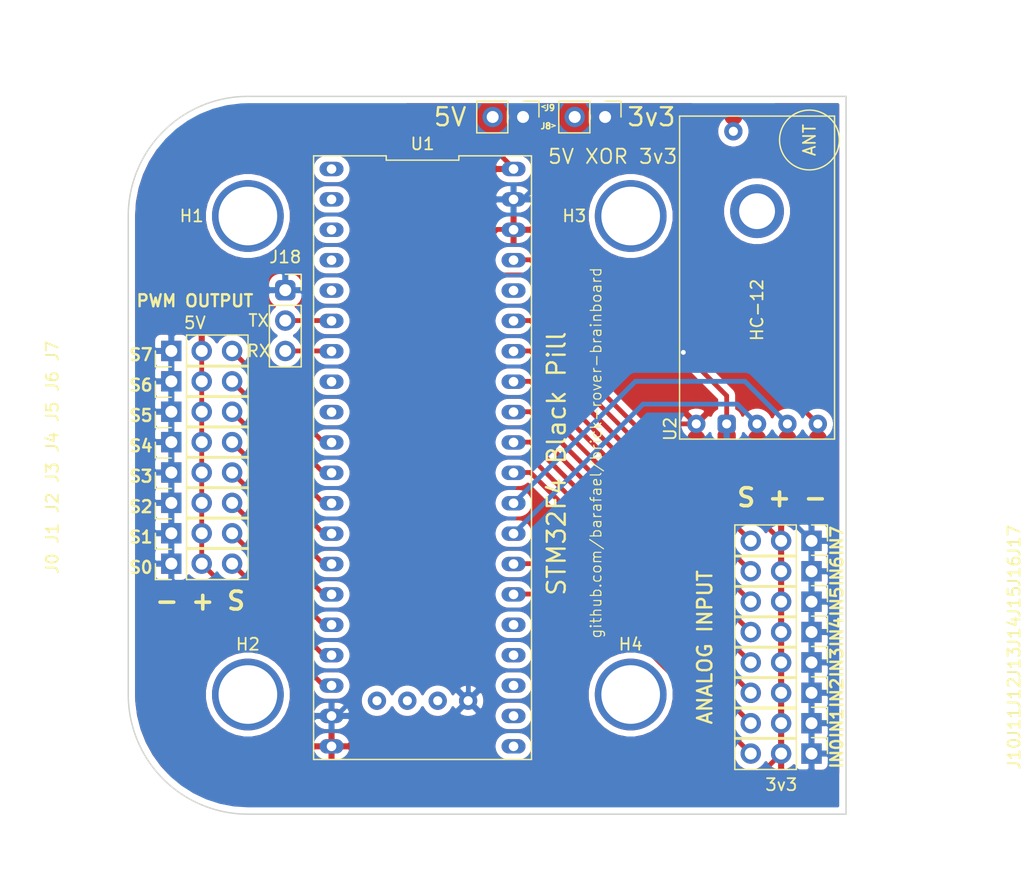
<source format=kicad_pcb>
(kicad_pcb (version 20171130) (host pcbnew 5.1.5+dfsg1-2build2)
  (layers (0 F.Cu signal) (31 B.Cu signal) (34 B.Paste user) (35 F.Paste user) (36 B.SilkS user) (37 F.SilkS user) (38 B.Mask user) (39 F.Mask user) (44 Edge.Cuts user))
  (net 0 "")
  (net 1 IN0)
  (net 2 IN1)
  (net 3 IN2)
  (net 4 IN3)
  (net 5 IN4)
  (net 6 IN5)
  (net 7 IN6)
  (net 8 IN7)
  (net 9 3v3)
  (net 10 GND)
  (net 11 5V)
  (net 12 UART1_RX)
  (net 13 UART1_TX)
  (net 14 SERVO0)
  (net 15 SERVO1)
  (net 16 SERVO2)
  (net 17 SERVO3)
  (net 18 SERVO4)
  (net 19 SERVO5)
  (net 20 SERVO6)
  (net 21 SERVO7)
  (net 22 SET)
  (net 23 HC12_TX)
  (net 24 HC12_RX)
  (net 25 "Net-(U2-Pad6)")
  (net 26 "Net-(U2-Pad5)")
  (net 27 "Net-(U2-Pad7)")
  (net 28 "Net-(U1-Pad1)")
  (net 29 "Net-(U1-Pad2)")
  (net 30 "Net-(U1-Pad3)")
  (net 31 "Net-(U1-Pad4)")
  (net 32 "Net-(U1-Pad40)")
  (net 33 "Net-(U1-Pad5)")
  (net 34 "Net-(U1-Pad8)")
  (net 35 "Net-(U1-Pad9)")
  (net 36 "Net-(U1-Pad29)")
  (net 37 "Net-(U1-Pad28)")
  (net 38 "Net-(U1-Pad27)")
  (net 39 "Net-(U1-Pad26)")
  (net 40 "Net-(U1-Pad25)")
  (net 41 "Net-(U1-Pad21)")
  (net 42 "Net-(U1-Pad22)")
  (net 43 "Net-(U1-Pad23)")
  (module blackpill:weact-blackpill (layer F.Cu) (at 134.6 90.2 270)
    (fp_text reference U1 (at -26.23 0) (layer F.SilkS))
    (fp_text value weact-black-pill)
    (fp_line (start -25.23 3.035833) (end -25.23 9.107499) (layer F.SilkS) (width 0.12))
    (fp_line (start -24.87 3.035833) (end -25.23 3.035833) (layer F.SilkS) (width 0.12))
    (fp_line (start -24.87 -3.035833) (end -24.87 3.035833) (layer F.SilkS) (width 0.12))
    (fp_line (start -25.23 -3.035833) (end -24.87 -3.035833) (layer F.SilkS) (width 0.12))
    (fp_line (start -25.23 -9.1075) (end -25.23 -3.035833) (layer F.SilkS) (width 0.12))
    (fp_line (start 25.23 -9.107499) (end -25.23 -9.1075) (layer F.SilkS) (width 0.12))
    (fp_line (start 25.23 9.1075) (end 25.23 -9.107499) (layer F.SilkS) (width 0.12))
    (fp_line (start -25.23 9.107499) (end 25.23 9.1075) (layer F.SilkS) (width 0.12))
    (pad 24 thru_hole circle (at 20.32 -3.81 270) (size 1.524 1.524) (drill 0.762) (layers *.Cu *.Mask) (net 10 GND))
    (pad 23 thru_hole circle (at 20.32 -1.27 270) (size 1.524 1.524) (drill 0.762) (layers *.Cu *.Mask) (net 43 "Net-(U1-Pad23)"))
    (pad 22 thru_hole circle (at 20.32 1.27 270) (size 1.524 1.524) (drill 0.762) (layers *.Cu *.Mask) (net 42 "Net-(U1-Pad22)"))
    (pad 21 thru_hole circle (at 20.32 3.81 270) (size 1.524 1.524) (drill 0.762) (layers *.Cu *.Mask) (net 41 "Net-(U1-Pad21)"))
    (pad 20 thru_hole oval (at 24.13 7.6075 270) (size 1.2 2) (drill 0.8) (layers *.Cu *.Mask) (net 9 3v3))
    (pad 25 thru_hole oval (at 24.13 -7.6075 270) (size 1.2 2) (drill 0.8) (layers *.Cu *.Mask) (net 40 "Net-(U1-Pad25)"))
    (pad 19 thru_hole oval (at 21.59 7.6075 270) (size 1.2 2) (drill 0.8) (layers *.Cu *.Mask) (net 10 GND))
    (pad 26 thru_hole oval (at 21.59 -7.6075 270) (size 1.2 2) (drill 0.8) (layers *.Cu *.Mask) (net 39 "Net-(U1-Pad26)"))
    (pad 18 thru_hole oval (at 19.05 7.6075 270) (size 1.2 2) (drill 0.8) (layers *.Cu *.Mask) (net 11 5V))
    (pad 27 thru_hole oval (at 19.05 -7.6075 270) (size 1.2 2) (drill 0.8) (layers *.Cu *.Mask) (net 38 "Net-(U1-Pad27)"))
    (pad 17 thru_hole oval (at 16.51 7.6075 270) (size 1.2 2) (drill 0.8) (layers *.Cu *.Mask) (net 14 SERVO0))
    (pad 28 thru_hole oval (at 16.51 -7.6075 270) (size 1.2 2) (drill 0.8) (layers *.Cu *.Mask) (net 37 "Net-(U1-Pad28)"))
    (pad 16 thru_hole oval (at 13.97 7.6075 270) (size 1.2 2) (drill 0.8) (layers *.Cu *.Mask) (net 15 SERVO1))
    (pad 29 thru_hole oval (at 13.97 -7.6075 270) (size 1.2 2) (drill 0.8) (layers *.Cu *.Mask) (net 36 "Net-(U1-Pad29)"))
    (pad 15 thru_hole oval (at 11.43 7.6075 270) (size 1.2 2) (drill 0.8) (layers *.Cu *.Mask) (net 16 SERVO2))
    (pad 30 thru_hole oval (at 11.43 -7.6075 270) (size 1.2 2) (drill 0.8) (layers *.Cu *.Mask) (net 1 IN0))
    (pad 14 thru_hole oval (at 8.89 7.6075 270) (size 1.2 2) (drill 0.8) (layers *.Cu *.Mask) (net 17 SERVO3))
    (pad 31 thru_hole oval (at 8.89 -7.6075 270) (size 1.2 2) (drill 0.8) (layers *.Cu *.Mask) (net 2 IN1))
    (pad 13 thru_hole oval (at 6.35 7.6075 270) (size 1.2 2) (drill 0.8) (layers *.Cu *.Mask) (net 18 SERVO4))
    (pad 32 thru_hole oval (at 6.35 -7.6075 270) (size 1.2 2) (drill 0.8) (layers *.Cu *.Mask) (net 24 HC12_RX))
    (pad 12 thru_hole oval (at 3.81 7.6075 270) (size 1.2 2) (drill 0.8) (layers *.Cu *.Mask) (net 19 SERVO5))
    (pad 33 thru_hole oval (at 3.81 -7.6075 270) (size 1.2 2) (drill 0.8) (layers *.Cu *.Mask) (net 23 HC12_TX))
    (pad 11 thru_hole oval (at 1.27 7.6075 270) (size 1.2 2) (drill 0.8) (layers *.Cu *.Mask) (net 20 SERVO6))
    (pad 34 thru_hole oval (at 1.27 -7.6075 270) (size 1.2 2) (drill 0.8) (layers *.Cu *.Mask) (net 3 IN2))
    (pad 10 thru_hole oval (at -1.27 7.6075 270) (size 1.2 2) (drill 0.8) (layers *.Cu *.Mask) (net 21 SERVO7))
    (pad 35 thru_hole oval (at -1.27 -7.6075 270) (size 1.2 2) (drill 0.8) (layers *.Cu *.Mask) (net 4 IN3))
    (pad 9 thru_hole oval (at -3.81 7.6075 270) (size 1.2 2) (drill 0.8) (layers *.Cu *.Mask) (net 35 "Net-(U1-Pad9)"))
    (pad 36 thru_hole oval (at -3.81 -7.6075 270) (size 1.2 2) (drill 0.8) (layers *.Cu *.Mask) (net 5 IN4))
    (pad 8 thru_hole oval (at -6.35 7.6075 270) (size 1.2 2) (drill 0.8) (layers *.Cu *.Mask) (net 34 "Net-(U1-Pad8)"))
    (pad 37 thru_hole oval (at -6.35 -7.6075 270) (size 1.2 2) (drill 0.8) (layers *.Cu *.Mask) (net 6 IN5))
    (pad 7 thru_hole oval (at -8.89 7.6075 270) (size 1.2 2) (drill 0.8) (layers *.Cu *.Mask) (net 12 UART1_RX))
    (pad 38 thru_hole oval (at -8.89 -7.6075 270) (size 1.2 2) (drill 0.8) (layers *.Cu *.Mask) (net 7 IN6))
    (pad 6 thru_hole oval (at -11.43 7.6075 270) (size 1.2 2) (drill 0.8) (layers *.Cu *.Mask) (net 13 UART1_TX))
    (pad 39 thru_hole oval (at -11.43 -7.6075 270) (size 1.2 2) (drill 0.8) (layers *.Cu *.Mask) (net 8 IN7))
    (pad 5 thru_hole oval (at -13.97 7.6075 270) (size 1.2 2) (drill 0.8) (layers *.Cu *.Mask) (net 33 "Net-(U1-Pad5)"))
    (pad 40 thru_hole oval (at -13.97 -7.6075 270) (size 1.2 2) (drill 0.8) (layers *.Cu *.Mask) (net 32 "Net-(U1-Pad40)"))
    (pad 4 thru_hole oval (at -16.51 7.6075 270) (size 1.2 2) (drill 0.8) (layers *.Cu *.Mask) (net 31 "Net-(U1-Pad4)"))
    (pad 41 thru_hole oval (at -16.51 -7.6075 270) (size 1.2 2) (drill 0.8) (layers *.Cu *.Mask) (net 22 SET))
    (pad 3 thru_hole oval (at -19.05 7.6075 270) (size 1.2 2) (drill 0.8) (layers *.Cu *.Mask) (net 30 "Net-(U1-Pad3)"))
    (pad 42 thru_hole oval (at -19.05 -7.6075 270) (size 1.2 2) (drill 0.8) (layers *.Cu *.Mask) (net 9 3v3))
    (pad 2 thru_hole oval (at -21.59 7.6075 270) (size 1.2 2) (drill 0.8) (layers *.Cu *.Mask) (net 29 "Net-(U1-Pad2)"))
    (pad 43 thru_hole oval (at -21.59 -7.6075 270) (size 1.2 2) (drill 0.8) (layers *.Cu *.Mask) (net 10 GND))
    (pad 1 thru_hole oval (at -24.13 7.6075 270) (size 1.2 2) (drill 0.8) (layers *.Cu *.Mask) (net 28 "Net-(U1-Pad1)"))
    (pad 44 thru_hole oval (at -24.13 -7.6075 270) (size 1.2 2) (drill 0.8) (layers *.Cu *.Mask) (net 11 5V))
  )
  (module Connector_PinSocket_2.54mm:PinSocket_1x03_P2.54mm_Vertical (layer F.Cu) (at 123.1265 76.2)
    (fp_text reference J18 (at 0 -2.77) (layer F.SilkS))
    (fp_text value Conn_01x03)
    (fp_line (start 0 -1.33) (end 1.33 -1.33) (layer F.SilkS) (width 0.12))
    (fp_line (start 1.33 -1.33) (end 1.33 0) (layer F.SilkS) (width 0.12))
    (fp_line (start 1.33 1.27) (end 1.33 6.41) (layer F.SilkS) (width 0.12))
    (fp_line (start -1.33 6.41) (end 1.33 6.41) (layer F.SilkS) (width 0.12))
    (fp_line (start -1.33 1.27) (end -1.33 6.41) (layer F.SilkS) (width 0.12))
    (fp_line (start -1.33 1.27) (end 1.33 1.27) (layer F.SilkS) (width 0.12))
    (pad 3 thru_hole oval (at 0 5.08) (size 1.7 1.7) (drill 1) (layers *.Cu *.Mask) (net 12 UART1_RX))
    (pad 2 thru_hole oval (at 0 2.54) (size 1.7 1.7) (drill 1) (layers *.Cu *.Mask) (net 13 UART1_TX))
    (pad 1 thru_hole roundrect (at 0 0) (size 1.7 1.7) (drill 1) (layers *.Cu *.Mask) (net 10 GND))
  )
  (module hc12-module:hc12-module (layer F.Cu) (at 156.083 88.646 90)
    (fp_text reference U2 (at 0.846 -0.783 90) (layer F.SilkS))
    (fp_text value HC-12)
    (fp_line (start 0 12.957) (end 0 0.003) (layer F.SilkS) (width 0.12))
    (fp_line (start 27 0.003) (end 27 12.957) (layer F.SilkS) (width 0.12))
    (fp_line (start 27 12.957) (end 0 12.957) (layer F.SilkS) (width 0.12))
    (fp_line (start 0 0.003) (end 27 0.003) (layer F.SilkS) (width 0.12))
    (fp_circle (center 25 10.86) (end 27.5 10.86) (layer F.SilkS) (width 0.12))
    (fp_text user ANT (at 25 10.86 90) (layer F.SilkS))
    (fp_text user HC-12 (at 10.795 6.48 90) (layer F.SilkS))
    (pad 4 smd circle (at 0 11.56 90) (size 1.524 1.524) (layers F.Cu F.Paste F.Mask) (net 22 SET))
    (pad 3 smd circle (at 0 9.02 90) (size 1.524 1.524) (layers F.Cu F.Paste F.Mask) (net 23 HC12_TX))
    (pad 2 smd circle (at 0 6.48 90) (size 1.524 1.524) (layers F.Cu F.Paste F.Mask) (net 24 HC12_RX))
    (pad 1 smd roundrect (at 0 3.94 90) (size 1.524 1.524) (layers F.Cu F.Paste F.Mask) (net 10 GND))
    (pad 0 smd circle (at 0 1.4 90) (size 1.524 1.524) (layers F.Cu F.Paste F.Mask) (net 9 3v3))
    (pad 4 thru_hole circle (at 1.27 11.56 90) (size 1.524 1.524) (drill 0.762) (layers *.Cu *.Mask) (net 22 SET))
    (pad 3 thru_hole circle (at 1.27 9.02 90) (size 1.524 1.524) (drill 0.762) (layers *.Cu *.Mask) (net 23 HC12_TX))
    (pad 2 thru_hole circle (at 1.27 6.48 90) (size 1.524 1.524) (drill 0.762) (layers *.Cu *.Mask) (net 24 HC12_RX))
    (pad 1 thru_hole roundrect (at 1.27 3.94 90) (size 1.524 1.524) (drill 0.762) (layers *.Cu *.Mask) (net 10 GND))
    (pad 0 thru_hole circle (at 1.27 1.4 90) (size 1.524 1.524) (drill 0.762) (layers *.Cu *.Mask) (net 9 3v3))
    (pad "" np_thru_hole circle (at 19.05 6.48 90) (size 4.5 4.5) (drill 3) (layers *.Cu *.Mask))
    (pad 6 smd circle (at 26.995 2 270) (size 1.524 1.524) (layers F.Cu F.Paste F.Mask) (net 25 "Net-(U2-Pad6)"))
    (pad 5 thru_hole circle (at 25.725 4.5 270) (size 1.524 1.524) (drill 0.762) (layers *.Cu *.Mask) (net 26 "Net-(U2-Pad5)"))
    (pad 5 smd circle (at 26.995 4.5 270) (size 1.524 1.524) (layers F.Cu F.Paste F.Mask) (net 26 "Net-(U2-Pad5)"))
    (pad 7 smd circle (at 26.995 7 270) (size 1.524 1.524) (layers F.Cu F.Paste F.Mask) (net 27 "Net-(U2-Pad7)"))
  )
  (module Connector_PinHeader_2.54mm:PinHeader_1x02_P2.54mm_Vertical (layer F.Cu) (at 143.002 61.722 270)
    (fp_text reference J9 (at -0.762 -2.2225 180) (layer F.SilkS) (effects (font (size 0.5 0.5) (thickness 0.125))))
    (fp_text value Conn_01x02)
    (fp_line (start -1.33 -1.33) (end 0 -1.33) (layer F.SilkS) (width 0.12))
    (fp_line (start -1.33 0) (end -1.33 -1.33) (layer F.SilkS) (width 0.12))
    (fp_line (start -1.33 1.27) (end 1.33 1.27) (layer F.SilkS) (width 0.12))
    (fp_line (start 1.33 1.27) (end 1.33 3.87) (layer F.SilkS) (width 0.12))
    (fp_line (start -1.33 1.27) (end -1.33 3.87) (layer F.SilkS) (width 0.12))
    (fp_line (start -1.33 3.87) (end 1.33 3.87) (layer F.SilkS) (width 0.12))
    (pad 2 thru_hole oval (at 0 2.54 270) (size 1.7 1.7) (drill 1) (layers *.Cu *.Mask) (net 11 5V))
    (pad 1 thru_hole roundrect (at 0 0 270) (size 1.7 1.7) (drill 1) (layers *.Cu *.Mask) (net 10 GND))
  )
  (module Connector_PinHeader_2.54mm:PinHeader_1x02_P2.54mm_Vertical (layer F.Cu) (at 149.86 61.722 270)
    (fp_text reference J8 (at 0.762 4.953 180) (layer F.SilkS) (effects (font (size 0.5 0.5) (thickness 0.125))))
    (fp_text value Conn_01x02)
    (fp_line (start -1.33 -1.33) (end 0 -1.33) (layer F.SilkS) (width 0.12))
    (fp_line (start -1.33 0) (end -1.33 -1.33) (layer F.SilkS) (width 0.12))
    (fp_line (start -1.33 1.27) (end 1.33 1.27) (layer F.SilkS) (width 0.12))
    (fp_line (start 1.33 1.27) (end 1.33 3.87) (layer F.SilkS) (width 0.12))
    (fp_line (start -1.33 1.27) (end -1.33 3.87) (layer F.SilkS) (width 0.12))
    (fp_line (start -1.33 3.87) (end 1.33 3.87) (layer F.SilkS) (width 0.12))
    (pad 2 thru_hole oval (at 0 2.54 270) (size 1.7 1.7) (drill 1) (layers *.Cu *.Mask) (net 9 3v3))
    (pad 1 thru_hole roundrect (at 0 0 270) (size 1.7 1.7) (drill 1) (layers *.Cu *.Mask) (net 10 GND))
  )
  (module mounting_hole_m3_padded:MountingHole_3.2mm_M3_padded (layer F.Cu) (at 152 110)
    (fp_text reference H4 (at 0 -4.2) (layer F.SilkS))
    (fp_text value MountingHole)
    (pad "" np_thru_hole circle (at 0 0) (size 6 6) (drill 4.9) (layers *.Cu *.Mask))
  )
  (module mounting_hole_m3_padded:MountingHole_3.2mm_M3_padded (layer F.Cu) (at 120 110)
    (fp_text reference H2 (at 0 -4.2) (layer F.SilkS))
    (fp_text value MountingHole)
    (pad "" np_thru_hole circle (at 0 0) (size 6 6) (drill 4.9) (layers *.Cu *.Mask))
  )
  (module mounting_hole_m3_padded:MountingHole_3.2mm_M3_padded (layer F.Cu) (at 120 70)
    (fp_text reference H1 (at -4.7 -0.005) (layer F.SilkS))
    (fp_text value MountingHole)
    (pad "" np_thru_hole circle (at 0 0) (size 6 6) (drill 4.9) (layers *.Cu *.Mask))
  )
  (module MountingHole:MountingHole_3.2mm_M3_padded (layer F.Cu) (at 152 70)
    (fp_text reference H3 (at -4.713 -0.005) (layer F.SilkS))
    (fp_text value MountingHole)
    (pad "" np_thru_hole circle (at 0 0) (size 6 6) (drill 4.9) (layers *.Cu *.Mask))
  )
  (module Connector_PinHeader_2.54mm:PinHeader_1x03_P2.54mm_Vertical (layer F.Cu) (at 167.115 97.155 270)
    (fp_text reference J17 (at 0 -16.935 90) (layer F.SilkS))
    (fp_text value Conn_01x03)
    (fp_line (start -1.33 -1.33) (end 0 -1.33) (layer F.SilkS) (width 0.12))
    (fp_line (start -1.33 0) (end -1.33 -1.33) (layer F.SilkS) (width 0.12))
    (fp_line (start -1.33 1.27) (end 1.33 1.27) (layer F.SilkS) (width 0.12))
    (fp_line (start 1.33 1.27) (end 1.33 6.41) (layer F.SilkS) (width 0.12))
    (fp_line (start -1.33 1.27) (end -1.33 6.41) (layer F.SilkS) (width 0.12))
    (fp_line (start -1.33 6.41) (end 1.33 6.41) (layer F.SilkS) (width 0.12))
    (pad 3 thru_hole oval (at 0 5.08 270) (size 1.7 1.7) (drill 1) (layers *.Cu *.Mask) (net 8 IN7))
    (pad 2 thru_hole oval (at 0 2.54 270) (size 1.7 1.7) (drill 1) (layers *.Cu *.Mask) (net 9 3v3))
    (pad 1 thru_hole rect (at 0 0 270) (size 1.7 1.7) (drill 1) (layers *.Cu *.Mask) (net 10 GND))
  )
  (module Connector_PinHeader_2.54mm:PinHeader_1x03_P2.54mm_Vertical (layer F.Cu) (at 167.115 99.695 270)
    (fp_text reference J16 (at 0 -16.935 90) (layer F.SilkS))
    (fp_text value Conn_01x03)
    (fp_line (start -1.33 -1.33) (end 0 -1.33) (layer F.SilkS) (width 0.12))
    (fp_line (start -1.33 0) (end -1.33 -1.33) (layer F.SilkS) (width 0.12))
    (fp_line (start -1.33 1.27) (end 1.33 1.27) (layer F.SilkS) (width 0.12))
    (fp_line (start 1.33 1.27) (end 1.33 6.41) (layer F.SilkS) (width 0.12))
    (fp_line (start -1.33 1.27) (end -1.33 6.41) (layer F.SilkS) (width 0.12))
    (fp_line (start -1.33 6.41) (end 1.33 6.41) (layer F.SilkS) (width 0.12))
    (pad 3 thru_hole oval (at 0 5.08 270) (size 1.7 1.7) (drill 1) (layers *.Cu *.Mask) (net 7 IN6))
    (pad 2 thru_hole oval (at 0 2.54 270) (size 1.7 1.7) (drill 1) (layers *.Cu *.Mask) (net 9 3v3))
    (pad 1 thru_hole rect (at 0 0 270) (size 1.7 1.7) (drill 1) (layers *.Cu *.Mask) (net 10 GND))
  )
  (module Connector_PinHeader_2.54mm:PinHeader_1x03_P2.54mm_Vertical (layer F.Cu) (at 167.115 102.235 270)
    (fp_text reference J15 (at 0 -16.935 90) (layer F.SilkS))
    (fp_text value Conn_01x03)
    (fp_line (start -1.33 -1.33) (end 0 -1.33) (layer F.SilkS) (width 0.12))
    (fp_line (start -1.33 0) (end -1.33 -1.33) (layer F.SilkS) (width 0.12))
    (fp_line (start -1.33 1.27) (end 1.33 1.27) (layer F.SilkS) (width 0.12))
    (fp_line (start 1.33 1.27) (end 1.33 6.41) (layer F.SilkS) (width 0.12))
    (fp_line (start -1.33 1.27) (end -1.33 6.41) (layer F.SilkS) (width 0.12))
    (fp_line (start -1.33 6.41) (end 1.33 6.41) (layer F.SilkS) (width 0.12))
    (pad 3 thru_hole oval (at 0 5.08 270) (size 1.7 1.7) (drill 1) (layers *.Cu *.Mask) (net 6 IN5))
    (pad 2 thru_hole oval (at 0 2.54 270) (size 1.7 1.7) (drill 1) (layers *.Cu *.Mask) (net 9 3v3))
    (pad 1 thru_hole rect (at 0 0 270) (size 1.7 1.7) (drill 1) (layers *.Cu *.Mask) (net 10 GND))
  )
  (module Connector_PinHeader_2.54mm:PinHeader_1x03_P2.54mm_Vertical (layer F.Cu) (at 167.115 104.775 270)
    (fp_text reference J14 (at 0 -16.935 90) (layer F.SilkS))
    (fp_text value Conn_01x03)
    (fp_line (start -1.33 -1.33) (end 0 -1.33) (layer F.SilkS) (width 0.12))
    (fp_line (start -1.33 0) (end -1.33 -1.33) (layer F.SilkS) (width 0.12))
    (fp_line (start -1.33 1.27) (end 1.33 1.27) (layer F.SilkS) (width 0.12))
    (fp_line (start 1.33 1.27) (end 1.33 6.41) (layer F.SilkS) (width 0.12))
    (fp_line (start -1.33 1.27) (end -1.33 6.41) (layer F.SilkS) (width 0.12))
    (fp_line (start -1.33 6.41) (end 1.33 6.41) (layer F.SilkS) (width 0.12))
    (pad 3 thru_hole oval (at 0 5.08 270) (size 1.7 1.7) (drill 1) (layers *.Cu *.Mask) (net 5 IN4))
    (pad 2 thru_hole oval (at 0 2.54 270) (size 1.7 1.7) (drill 1) (layers *.Cu *.Mask) (net 9 3v3))
    (pad 1 thru_hole rect (at 0 0 270) (size 1.7 1.7) (drill 1) (layers *.Cu *.Mask) (net 10 GND))
  )
  (module Connector_PinHeader_2.54mm:PinHeader_1x03_P2.54mm_Vertical (layer F.Cu) (at 167.115 107.315 270)
    (fp_text reference J13 (at 0 -16.935 90) (layer F.SilkS))
    (fp_text value Conn_01x03)
    (fp_line (start -1.33 -1.33) (end 0 -1.33) (layer F.SilkS) (width 0.12))
    (fp_line (start -1.33 0) (end -1.33 -1.33) (layer F.SilkS) (width 0.12))
    (fp_line (start -1.33 1.27) (end 1.33 1.27) (layer F.SilkS) (width 0.12))
    (fp_line (start 1.33 1.27) (end 1.33 6.41) (layer F.SilkS) (width 0.12))
    (fp_line (start -1.33 1.27) (end -1.33 6.41) (layer F.SilkS) (width 0.12))
    (fp_line (start -1.33 6.41) (end 1.33 6.41) (layer F.SilkS) (width 0.12))
    (pad 3 thru_hole oval (at 0 5.08 270) (size 1.7 1.7) (drill 1) (layers *.Cu *.Mask) (net 4 IN3))
    (pad 2 thru_hole oval (at 0 2.54 270) (size 1.7 1.7) (drill 1) (layers *.Cu *.Mask) (net 9 3v3))
    (pad 1 thru_hole rect (at 0 0 270) (size 1.7 1.7) (drill 1) (layers *.Cu *.Mask) (net 10 GND))
  )
  (module Connector_PinHeader_2.54mm:PinHeader_1x03_P2.54mm_Vertical (layer F.Cu) (at 167.115 109.855 270)
    (fp_text reference J12 (at 0 -16.935 90) (layer F.SilkS))
    (fp_text value Conn_01x03)
    (fp_line (start -1.33 -1.33) (end 0 -1.33) (layer F.SilkS) (width 0.12))
    (fp_line (start -1.33 0) (end -1.33 -1.33) (layer F.SilkS) (width 0.12))
    (fp_line (start -1.33 1.27) (end 1.33 1.27) (layer F.SilkS) (width 0.12))
    (fp_line (start 1.33 1.27) (end 1.33 6.41) (layer F.SilkS) (width 0.12))
    (fp_line (start -1.33 1.27) (end -1.33 6.41) (layer F.SilkS) (width 0.12))
    (fp_line (start -1.33 6.41) (end 1.33 6.41) (layer F.SilkS) (width 0.12))
    (pad 3 thru_hole oval (at 0 5.08 270) (size 1.7 1.7) (drill 1) (layers *.Cu *.Mask) (net 3 IN2))
    (pad 2 thru_hole oval (at 0 2.54 270) (size 1.7 1.7) (drill 1) (layers *.Cu *.Mask) (net 9 3v3))
    (pad 1 thru_hole rect (at 0 0 270) (size 1.7 1.7) (drill 1) (layers *.Cu *.Mask) (net 10 GND))
  )
  (module Connector_PinHeader_2.54mm:PinHeader_1x03_P2.54mm_Vertical (layer F.Cu) (at 167.115 112.395 270)
    (fp_text reference J11 (at 0 -16.935 90) (layer F.SilkS))
    (fp_text value Conn_01x03)
    (fp_line (start -1.33 -1.33) (end 0 -1.33) (layer F.SilkS) (width 0.12))
    (fp_line (start -1.33 0) (end -1.33 -1.33) (layer F.SilkS) (width 0.12))
    (fp_line (start -1.33 1.27) (end 1.33 1.27) (layer F.SilkS) (width 0.12))
    (fp_line (start 1.33 1.27) (end 1.33 6.41) (layer F.SilkS) (width 0.12))
    (fp_line (start -1.33 1.27) (end -1.33 6.41) (layer F.SilkS) (width 0.12))
    (fp_line (start -1.33 6.41) (end 1.33 6.41) (layer F.SilkS) (width 0.12))
    (pad 3 thru_hole oval (at 0 5.08 270) (size 1.7 1.7) (drill 1) (layers *.Cu *.Mask) (net 2 IN1))
    (pad 2 thru_hole oval (at 0 2.54 270) (size 1.7 1.7) (drill 1) (layers *.Cu *.Mask) (net 9 3v3))
    (pad 1 thru_hole rect (at 0 0 270) (size 1.7 1.7) (drill 1) (layers *.Cu *.Mask) (net 10 GND))
  )
  (module Connector_PinHeader_2.54mm:PinHeader_1x03_P2.54mm_Vertical (layer F.Cu) (at 167.115 114.935 270)
    (fp_text reference J10 (at 0 -16.935 90) (layer F.SilkS))
    (fp_text value Conn_01x03)
    (fp_line (start -1.33 -1.33) (end 0 -1.33) (layer F.SilkS) (width 0.12))
    (fp_line (start -1.33 0) (end -1.33 -1.33) (layer F.SilkS) (width 0.12))
    (fp_line (start -1.33 1.27) (end 1.33 1.27) (layer F.SilkS) (width 0.12))
    (fp_line (start 1.33 1.27) (end 1.33 6.41) (layer F.SilkS) (width 0.12))
    (fp_line (start -1.33 1.27) (end -1.33 6.41) (layer F.SilkS) (width 0.12))
    (fp_line (start -1.33 6.41) (end 1.33 6.41) (layer F.SilkS) (width 0.12))
    (pad 3 thru_hole oval (at 0 5.08 270) (size 1.7 1.7) (drill 1) (layers *.Cu *.Mask) (net 1 IN0))
    (pad 2 thru_hole oval (at 0 2.54 270) (size 1.7 1.7) (drill 1) (layers *.Cu *.Mask) (net 9 3v3))
    (pad 1 thru_hole rect (at 0 0 270) (size 1.7 1.7) (drill 1) (layers *.Cu *.Mask) (net 10 GND))
  )
  (module Connector_PinHeader_2.54mm:PinHeader_1x03_P2.54mm_Vertical (layer F.Cu) (at 113.6015 81.28 90)
    (fp_text reference J7 (at 0 -9.95 90) (layer F.SilkS))
    (fp_text value Conn_01x03)
    (fp_line (start -1.33 -1.33) (end 0 -1.33) (layer F.SilkS) (width 0.12))
    (fp_line (start -1.33 0) (end -1.33 -1.33) (layer F.SilkS) (width 0.12))
    (fp_line (start -1.33 1.27) (end 1.33 1.27) (layer F.SilkS) (width 0.12))
    (fp_line (start 1.33 1.27) (end 1.33 6.41) (layer F.SilkS) (width 0.12))
    (fp_line (start -1.33 1.27) (end -1.33 6.41) (layer F.SilkS) (width 0.12))
    (fp_line (start -1.33 6.41) (end 1.33 6.41) (layer F.SilkS) (width 0.12))
    (pad 3 thru_hole oval (at 0 5.08 90) (size 1.7 1.7) (drill 1) (layers *.Cu *.Mask) (net 21 SERVO7))
    (pad 2 thru_hole oval (at 0 2.54 90) (size 1.7 1.7) (drill 1) (layers *.Cu *.Mask) (net 11 5V))
    (pad 1 thru_hole rect (at 0 0 90) (size 1.7 1.7) (drill 1) (layers *.Cu *.Mask) (net 10 GND))
  )
  (module Connector_PinHeader_2.54mm:PinHeader_1x03_P2.54mm_Vertical (layer F.Cu) (at 113.6015 83.82 90)
    (fp_text reference J6 (at 0 -9.95 90) (layer F.SilkS))
    (fp_text value Conn_01x03)
    (fp_line (start -1.33 -1.33) (end 0 -1.33) (layer F.SilkS) (width 0.12))
    (fp_line (start -1.33 0) (end -1.33 -1.33) (layer F.SilkS) (width 0.12))
    (fp_line (start -1.33 1.27) (end 1.33 1.27) (layer F.SilkS) (width 0.12))
    (fp_line (start 1.33 1.27) (end 1.33 6.41) (layer F.SilkS) (width 0.12))
    (fp_line (start -1.33 1.27) (end -1.33 6.41) (layer F.SilkS) (width 0.12))
    (fp_line (start -1.33 6.41) (end 1.33 6.41) (layer F.SilkS) (width 0.12))
    (pad 3 thru_hole oval (at 0 5.08 90) (size 1.7 1.7) (drill 1) (layers *.Cu *.Mask) (net 20 SERVO6))
    (pad 2 thru_hole oval (at 0 2.54 90) (size 1.7 1.7) (drill 1) (layers *.Cu *.Mask) (net 11 5V))
    (pad 1 thru_hole rect (at 0 0 90) (size 1.7 1.7) (drill 1) (layers *.Cu *.Mask) (net 10 GND))
  )
  (module Connector_PinHeader_2.54mm:PinHeader_1x03_P2.54mm_Vertical (layer F.Cu) (at 113.6015 86.36 90)
    (fp_text reference J5 (at 0 -9.95 90) (layer F.SilkS))
    (fp_text value Conn_01x03)
    (fp_line (start -1.33 -1.33) (end 0 -1.33) (layer F.SilkS) (width 0.12))
    (fp_line (start -1.33 0) (end -1.33 -1.33) (layer F.SilkS) (width 0.12))
    (fp_line (start -1.33 1.27) (end 1.33 1.27) (layer F.SilkS) (width 0.12))
    (fp_line (start 1.33 1.27) (end 1.33 6.41) (layer F.SilkS) (width 0.12))
    (fp_line (start -1.33 1.27) (end -1.33 6.41) (layer F.SilkS) (width 0.12))
    (fp_line (start -1.33 6.41) (end 1.33 6.41) (layer F.SilkS) (width 0.12))
    (pad 3 thru_hole oval (at 0 5.08 90) (size 1.7 1.7) (drill 1) (layers *.Cu *.Mask) (net 19 SERVO5))
    (pad 2 thru_hole oval (at 0 2.54 90) (size 1.7 1.7) (drill 1) (layers *.Cu *.Mask) (net 11 5V))
    (pad 1 thru_hole rect (at 0 0 90) (size 1.7 1.7) (drill 1) (layers *.Cu *.Mask) (net 10 GND))
  )
  (module Connector_PinHeader_2.54mm:PinHeader_1x03_P2.54mm_Vertical (layer F.Cu) (at 113.6015 88.9 90)
    (fp_text reference J4 (at 0 -9.95 90) (layer F.SilkS))
    (fp_text value Conn_01x03)
    (fp_line (start -1.33 -1.33) (end 0 -1.33) (layer F.SilkS) (width 0.12))
    (fp_line (start -1.33 0) (end -1.33 -1.33) (layer F.SilkS) (width 0.12))
    (fp_line (start -1.33 1.27) (end 1.33 1.27) (layer F.SilkS) (width 0.12))
    (fp_line (start 1.33 1.27) (end 1.33 6.41) (layer F.SilkS) (width 0.12))
    (fp_line (start -1.33 1.27) (end -1.33 6.41) (layer F.SilkS) (width 0.12))
    (fp_line (start -1.33 6.41) (end 1.33 6.41) (layer F.SilkS) (width 0.12))
    (pad 3 thru_hole oval (at 0 5.08 90) (size 1.7 1.7) (drill 1) (layers *.Cu *.Mask) (net 18 SERVO4))
    (pad 2 thru_hole oval (at 0 2.54 90) (size 1.7 1.7) (drill 1) (layers *.Cu *.Mask) (net 11 5V))
    (pad 1 thru_hole rect (at 0 0 90) (size 1.7 1.7) (drill 1) (layers *.Cu *.Mask) (net 10 GND))
  )
  (module Connector_PinHeader_2.54mm:PinHeader_1x03_P2.54mm_Vertical (layer F.Cu) (at 113.6015 91.44 90)
    (fp_text reference J3 (at 0 -9.95 90) (layer F.SilkS))
    (fp_text value Conn_01x03)
    (fp_line (start -1.33 -1.33) (end 0 -1.33) (layer F.SilkS) (width 0.12))
    (fp_line (start -1.33 0) (end -1.33 -1.33) (layer F.SilkS) (width 0.12))
    (fp_line (start -1.33 1.27) (end 1.33 1.27) (layer F.SilkS) (width 0.12))
    (fp_line (start 1.33 1.27) (end 1.33 6.41) (layer F.SilkS) (width 0.12))
    (fp_line (start -1.33 1.27) (end -1.33 6.41) (layer F.SilkS) (width 0.12))
    (fp_line (start -1.33 6.41) (end 1.33 6.41) (layer F.SilkS) (width 0.12))
    (pad 3 thru_hole oval (at 0 5.08 90) (size 1.7 1.7) (drill 1) (layers *.Cu *.Mask) (net 17 SERVO3))
    (pad 2 thru_hole oval (at 0 2.54 90) (size 1.7 1.7) (drill 1) (layers *.Cu *.Mask) (net 11 5V))
    (pad 1 thru_hole rect (at 0 0 90) (size 1.7 1.7) (drill 1) (layers *.Cu *.Mask) (net 10 GND))
  )
  (module Connector_PinHeader_2.54mm:PinHeader_1x03_P2.54mm_Vertical (layer F.Cu) (at 113.6015 93.98 90)
    (fp_text reference J2 (at 0 -9.95 90) (layer F.SilkS))
    (fp_text value Conn_01x03)
    (fp_line (start -1.33 -1.33) (end 0 -1.33) (layer F.SilkS) (width 0.12))
    (fp_line (start -1.33 0) (end -1.33 -1.33) (layer F.SilkS) (width 0.12))
    (fp_line (start -1.33 1.27) (end 1.33 1.27) (layer F.SilkS) (width 0.12))
    (fp_line (start 1.33 1.27) (end 1.33 6.41) (layer F.SilkS) (width 0.12))
    (fp_line (start -1.33 1.27) (end -1.33 6.41) (layer F.SilkS) (width 0.12))
    (fp_line (start -1.33 6.41) (end 1.33 6.41) (layer F.SilkS) (width 0.12))
    (pad 3 thru_hole oval (at 0 5.08 90) (size 1.7 1.7) (drill 1) (layers *.Cu *.Mask) (net 16 SERVO2))
    (pad 2 thru_hole oval (at 0 2.54 90) (size 1.7 1.7) (drill 1) (layers *.Cu *.Mask) (net 11 5V))
    (pad 1 thru_hole rect (at 0 0 90) (size 1.7 1.7) (drill 1) (layers *.Cu *.Mask) (net 10 GND))
  )
  (module Connector_PinHeader_2.54mm:PinHeader_1x03_P2.54mm_Vertical (layer F.Cu) (at 113.6015 96.52 90)
    (fp_text reference J1 (at 0 -9.95 90) (layer F.SilkS))
    (fp_text value Conn_01x03)
    (fp_line (start -1.33 -1.33) (end 0 -1.33) (layer F.SilkS) (width 0.12))
    (fp_line (start -1.33 0) (end -1.33 -1.33) (layer F.SilkS) (width 0.12))
    (fp_line (start -1.33 1.27) (end 1.33 1.27) (layer F.SilkS) (width 0.12))
    (fp_line (start 1.33 1.27) (end 1.33 6.41) (layer F.SilkS) (width 0.12))
    (fp_line (start -1.33 1.27) (end -1.33 6.41) (layer F.SilkS) (width 0.12))
    (fp_line (start -1.33 6.41) (end 1.33 6.41) (layer F.SilkS) (width 0.12))
    (pad 3 thru_hole oval (at 0 5.08 90) (size 1.7 1.7) (drill 1) (layers *.Cu *.Mask) (net 15 SERVO1))
    (pad 2 thru_hole oval (at 0 2.54 90) (size 1.7 1.7) (drill 1) (layers *.Cu *.Mask) (net 11 5V))
    (pad 1 thru_hole rect (at 0 0 90) (size 1.7 1.7) (drill 1) (layers *.Cu *.Mask) (net 10 GND))
  )
  (module Connector_PinHeader_2.54mm:PinHeader_1x03_P2.54mm_Vertical (layer F.Cu) (at 113.6015 99.06 90)
    (fp_text reference J0 (at 0 -9.95 90) (layer F.SilkS))
    (fp_text value Conn_01x03)
    (fp_line (start -1.33 -1.33) (end 0 -1.33) (layer F.SilkS) (width 0.12))
    (fp_line (start -1.33 0) (end -1.33 -1.33) (layer F.SilkS) (width 0.12))
    (fp_line (start -1.33 1.27) (end 1.33 1.27) (layer F.SilkS) (width 0.12))
    (fp_line (start 1.33 1.27) (end 1.33 6.41) (layer F.SilkS) (width 0.12))
    (fp_line (start -1.33 1.27) (end -1.33 6.41) (layer F.SilkS) (width 0.12))
    (fp_line (start -1.33 6.41) (end 1.33 6.41) (layer F.SilkS) (width 0.12))
    (pad 3 thru_hole oval (at 0 5.08 90) (size 1.7 1.7) (drill 1) (layers *.Cu *.Mask) (net 14 SERVO0))
    (pad 2 thru_hole oval (at 0 2.54 90) (size 1.7 1.7) (drill 1) (layers *.Cu *.Mask) (net 11 5V))
    (pad 1 thru_hole rect (at 0 0 90) (size 1.7 1.7) (drill 1) (layers *.Cu *.Mask) (net 10 GND))
  )
  (gr_text RX (at 120.904 81.28) (layer F.SilkS) (effects (font (size 1 1))))
  (gr_text TX (at 120.904 78.74) (layer F.SilkS) (effects (font (size 1 1))))
  (gr_text "Rafael Bachmann\nNov. 2021" (at 126 62.3) (layer F.Cu) (effects (font (size 1 1) (thickness 0.1))))
  (gr_text github.com/barafael/brick-rover-brainboard (at 149.1 89.8 90) (layer F.SilkS) (effects (font (size 0.9 0.9) (thickness 0.1))))
  (gr_text "STM32F4 Black Pill" (at 145.8 90.7 90) (layer F.SilkS) (effects (font (size 1.5 1.5) (thickness 0.2))))
  (gr_text "BrickBrainBoard Rev 2.0" (at 142.308 118.302) (layer F.Cu) (effects (font (size 1.5 1.5) (thickness 0.2))))
  (gr_text 3v3 (at 164.592 117.5385) (layer F.SilkS) (effects (font (size 1 1))))
  (gr_text 5V (at 115.57 78.9305) (layer F.SilkS) (effects (font (size 1 1))))
  (gr_text "S + -" (at 164.6555 93.5355) (layer F.SilkS) (effects (font (size 1.5 1.5) (thickness 0.3))))
  (gr_text "- + S" (at 116.0145 102.1715) (layer F.SilkS) (effects (font (size 1.5 1.5) (thickness 0.3))))
  (gr_text "PWM OUTPUT" (at 115.57 77.089) (layer F.SilkS) (effects (font (size 1 1) (thickness 0.2))))
  (gr_text "ANALOG INPUT" (at 158.2 106.045 90) (layer F.SilkS) (effects (font (size 1.2 1.2) (thickness 0.2))))
  (gr_text S0 (at 111.0615 99.3775) (layer F.SilkS) (effects (font (size 1 1) (thickness 0.2))))
  (gr_text S4 (at 111.0615 89.2175) (layer F.SilkS) (effects (font (size 1 1) (thickness 0.2))))
  (gr_text S2 (at 111.0615 94.2975) (layer F.SilkS) (effects (font (size 1 1) (thickness 0.2))))
  (gr_text S1 (at 111.0615 96.8375) (layer F.SilkS) (effects (font (size 1 1) (thickness 0.2))))
  (gr_text S3 (at 111.0615 91.7575) (layer F.SilkS) (effects (font (size 1 1) (thickness 0.2))))
  (gr_text S6 (at 111.0615 84.1375) (layer F.SilkS) (effects (font (size 1 1) (thickness 0.2))))
  (gr_text S7 (at 111.0615 81.5975) (layer F.SilkS) (effects (font (size 1 1) (thickness 0.2))))
  (gr_text S5 (at 111.0615 86.6775) (layer F.SilkS) (effects (font (size 1 1) (thickness 0.2))))
  (gr_text IN7 (at 169.2275 97.155 90) (layer F.SilkS) (effects (font (size 1 1) (thickness 0.2))))
  (gr_text IN6 (at 169.2275 99.695 90) (layer F.SilkS) (effects (font (size 1 1) (thickness 0.2))))
  (gr_text IN5 (at 169.2275 102.235 90) (layer F.SilkS) (effects (font (size 1 1) (thickness 0.2))))
  (gr_text IN4 (at 169.2275 104.775 90) (layer F.SilkS) (effects (font (size 1 1) (thickness 0.2))))
  (gr_text IN3 (at 169.2275 107.315 90) (layer F.SilkS) (effects (font (size 1 1) (thickness 0.2))))
  (gr_text IN2 (at 169.2275 109.855 90) (layer F.SilkS) (effects (font (size 1 1) (thickness 0.2))))
  (gr_text IN1 (at 169.2275 112.395 90) (layer F.SilkS) (effects (font (size 1 1) (thickness 0.2))))
  (gr_text IN0 (at 169.2275 114.935 90) (layer F.SilkS) (effects (font (size 1 1) (thickness 0.2))))
  (gr_text > (at 145.542 62.4205) (layer F.SilkS) (effects (font (size 0.4 0.4) (thickness 0.1))))
  (gr_text < (at 144.7165 60.833) (layer F.SilkS) (effects (font (size 0.4 0.4) (thickness 0.1))))
  (gr_text 3v3 (at 153.7335 61.722) (layer F.SilkS) (effects (font (size 1.5 1.5) (thickness 0.2))))
  (gr_text 5V (at 136.906 61.722) (layer F.SilkS) (effects (font (size 1.5 1.5) (thickness 0.2))))
  (gr_text "5V XOR 3v3" (at 150.495 65.024) (layer F.SilkS) (effects (font (size 1.2 1.2))))
  (gr_arc (start 120 110) (end 110 110) (angle -90) (layer Edge.Cuts) (width 0.12))
  (gr_arc (start 120 70) (end 120 60) (angle -90) (layer Edge.Cuts) (width 0.12))
  (gr_line (start 170 60) (end 120 60) (layer Edge.Cuts) (width 0.12))
  (gr_line (start 110 110) (end 110 70) (layer Edge.Cuts) (width 0.12))
  (gr_line (start 120 120) (end 170 120) (layer Edge.Cuts) (width 0.12))
  (gr_line (start 170 60) (end 170 120) (layer Edge.Cuts) (width 0.12))
  (segment (start 148.7 101.6) (end 142.24 101.6) (width 0.4) (layer F.Cu) (net 1))
  (segment (start 148.7 101.6) (end 162.035 114.935) (width 0.4) (layer F.Cu) (net 1))
  (segment (start 142.24 99.06) (end 148.7 99.06) (width 0.4) (layer F.Cu) (net 2))
  (segment (start 148.7 99.06) (end 162.035 112.395) (width 0.4) (layer F.Cu) (net 2))
  (segment (start 142.24 91.44) (end 143.62 91.44) (width 0.4) (layer F.Cu) (net 3))
  (segment (start 143.62 91.44) (end 162.035 109.855) (width 0.4) (layer F.Cu) (net 3))
  (segment (start 142.24 88.9) (end 143.62 88.9) (width 0.4) (layer F.Cu) (net 4))
  (segment (start 143.62 88.9) (end 162.035 107.315) (width 0.4) (layer F.Cu) (net 4))
  (segment (start 142.24 86.36) (end 143.62 86.36) (width 0.4) (layer F.Cu) (net 5))
  (segment (start 143.62 86.36) (end 162.035 104.775) (width 0.4) (layer F.Cu) (net 5))
  (segment (start 142.24 83.82) (end 143.62 83.82) (width 0.4) (layer F.Cu) (net 6))
  (segment (start 143.62 83.82) (end 162.035 102.235) (width 0.4) (layer F.Cu) (net 6))
  (segment (start 142.24 81.28) (end 143.62 81.28) (width 0.4) (layer F.Cu) (net 7))
  (segment (start 143.62 81.28) (end 162.035 99.695) (width 0.4) (layer F.Cu) (net 7))
  (segment (start 142.24 78.74) (end 143.62 78.74) (width 0.4) (layer F.Cu) (net 8))
  (segment (start 143.62 78.74) (end 162.035 97.155) (width 0.4) (layer F.Cu) (net 8))
  (segment (start 164.575 114.935) (end 164.575 97.155) (width 0.4) (layer F.Cu) (net 9))
  (segment (start 147.32 66.04) (end 147.32 61.722) (width 0.4) (layer F.Cu) (net 9))
  (segment (start 128.4125 114.3) (end 129.032 113.6805) (width 0.4) (layer F.Cu) (net 9))
  (segment (start 127.0125 114.3) (end 128.4125 114.3) (width 0.4) (layer F.Cu) (net 9))
  (segment (start 147.32 67.4275) (end 147.32 66.04) (width 0.4) (layer F.Cu) (net 9))
  (segment (start 143.6275 71.12) (end 147.32 67.4275) (width 0.4) (layer F.Cu) (net 9))
  (segment (start 142.2275 71.12) (end 143.6275 71.12) (width 0.4) (layer F.Cu) (net 9))
  (segment (start 142.2275 71.12) (end 140.8275 71.12) (width 0.4) (layer F.Cu) (net 9))
  (segment (start 132.207 105.791) (end 129.032 108.966) (width 0.4) (layer F.Cu) (net 9))
  (segment (start 132.207 79.7405) (end 132.207 105.791) (width 0.4) (layer F.Cu) (net 9))
  (segment (start 129.032 113.6805) (end 129.032 108.966) (width 0.4) (layer F.Cu) (net 9))
  (segment (start 157.483 90.063) (end 157.483 87.376) (width 0.4) (layer F.Cu) (net 9))
  (segment (start 164.575 97.155) (end 157.483 90.063) (width 0.4) (layer F.Cu) (net 9))
  (segment (start 128.4125 114.3) (end 130.5715 116.459) (width 0.4) (layer F.Cu) (net 9))
  (segment (start 163.051 116.459) (end 164.575 114.935) (width 0.4) (layer F.Cu) (net 9))
  (segment (start 130.5715 116.459) (end 163.051 116.459) (width 0.4) (layer F.Cu) (net 9))
  (segment (start 147.32 61.722) (end 150.798 65.2) (width 0.4) (layer F.Cu) (net 9))
  (segment (start 150.798 65.2) (end 164.9 65.2) (width 0.4) (layer F.Cu) (net 9))
  (segment (start 164.9 65.2) (end 169.2 69.5) (width 0.4) (layer F.Cu) (net 9))
  (segment (start 169.2 69.5) (end 169.2 89.7) (width 0.4) (layer F.Cu) (net 9))
  (segment (start 164.575 94.325) (end 164.575 97.155) (width 0.4) (layer F.Cu) (net 9))
  (segment (start 169.2 89.7) (end 164.575 94.325) (width 0.4) (layer F.Cu) (net 9))
  (segment (start 138.04875 73.89875) (end 139.075 74.925) (width 0.4) (layer F.Cu) (net 9))
  (segment (start 140.8275 71.12) (end 138.04875 73.89875) (width 0.4) (layer F.Cu) (net 9))
  (segment (start 138.04875 73.89875) (end 132.207 79.7405) (width 0.4) (layer F.Cu) (net 9))
  (segment (start 139.075 74.925) (end 143.45 74.925) (width 0.4) (layer F.Cu) (net 9))
  (segment (start 155.901 87.376) (end 157.483 87.376) (width 0.4) (layer F.Cu) (net 9))
  (segment (start 143.45 74.925) (end 155.901 87.376) (width 0.4) (layer F.Cu) (net 9))
  (segment (start 127 111.76) (end 127.762 111.76) (width 0.4) (layer B.Cu) (net 10))
  (segment (start 141.478 68.58) (end 142.24 68.58) (width 0.4) (layer B.Cu) (net 10))
  (segment (start 167.115 114.935) (end 167.115 97.155) (width 0.4) (layer B.Cu) (net 10))
  (segment (start 122.301 115.189) (end 117.729 115.189) (width 0.4) (layer B.Cu) (net 10))
  (segment (start 125.73 111.76) (end 122.301 115.189) (width 0.4) (layer B.Cu) (net 10))
  (segment (start 127 111.76) (end 125.73 111.76) (width 0.4) (layer B.Cu) (net 10))
  (segment (start 143.002 62.972) (end 144.165 64.135) (width 0.4) (layer B.Cu) (net 10))
  (segment (start 143.002 61.722) (end 143.002 62.972) (width 0.4) (layer B.Cu) (net 10))
  (segment (start 149.86 62.972) (end 149.86 61.722) (width 0.4) (layer B.Cu) (net 10))
  (segment (start 148.697 64.135) (end 149.86 62.972) (width 0.4) (layer B.Cu) (net 10))
  (segment (start 143.002 68.58) (end 142.24 68.58) (width 0.4) (layer B.Cu) (net 10))
  (segment (start 145.288 66.294) (end 143.002 68.58) (width 0.4) (layer B.Cu) (net 10))
  (segment (start 145.288 64.135) (end 145.288 66.294) (width 0.4) (layer B.Cu) (net 10))
  (segment (start 144.165 64.135) (end 145.288 64.135) (width 0.4) (layer B.Cu) (net 10))
  (segment (start 145.288 64.135) (end 148.697 64.135) (width 0.4) (layer B.Cu) (net 10))
  (segment (start 127.4125 111.76) (end 127.0125 111.76) (width 0.4) (layer B.Cu) (net 10))
  (segment (start 134.2705 104.902) (end 127.4125 111.76) (width 0.4) (layer B.Cu) (net 10))
  (segment (start 134.2705 104.902) (end 134.2705 75.7875) (width 0.4) (layer B.Cu) (net 10))
  (segment (start 160.023 90.063) (end 160.023 87.376) (width 0.4) (layer B.Cu) (net 10))
  (segment (start 167.115 97.155) (end 160.023 90.063) (width 0.4) (layer B.Cu) (net 10))
  (segment (start 167.115 116.185) (end 166.841 116.459) (width 0.4) (layer B.Cu) (net 10))
  (segment (start 167.115 114.935) (end 167.115 116.185) (width 0.4) (layer B.Cu) (net 10))
  (segment (start 128.4125 111.76) (end 127.0125 111.76) (width 0.4) (layer B.Cu) (net 10))
  (segment (start 133.1115 116.459) (end 128.4125 111.76) (width 0.4) (layer B.Cu) (net 10))
  (segment (start 166.841 116.459) (end 133.1115 116.459) (width 0.4) (layer B.Cu) (net 10))
  (segment (start 138.43 109.0615) (end 138.43 110.49) (width 0.4) (layer B.Cu) (net 10))
  (segment (start 134.2705 104.902) (end 138.43 109.0615) (width 0.4) (layer B.Cu) (net 10))
  (segment (start 160.023 87.376) (end 160.023 88.646) (width 0.4) (layer F.Cu) (net 10))
  (segment (start 143.002 62.572) (end 143.002 61.722) (width 0.4) (layer B.Cu) (net 10))
  (segment (start 141.174 64.4) (end 143.002 62.572) (width 0.4) (layer B.Cu) (net 10))
  (segment (start 140.48 68.58) (end 142.2275 68.58) (width 0.4) (layer B.Cu) (net 10))
  (segment (start 136.3 64.4) (end 140.48 68.58) (width 0.4) (layer B.Cu) (net 10))
  (segment (start 118.48 64.4) (end 136.3 64.4) (width 0.4) (layer B.Cu) (net 10))
  (segment (start 136.3 64.4) (end 141.174 64.4) (width 0.4) (layer B.Cu) (net 10))
  (segment (start 134.2705 75.137) (end 134.2705 75.7875) (width 0.4) (layer B.Cu) (net 10))
  (segment (start 140.8275 68.58) (end 134.2705 75.137) (width 0.4) (layer B.Cu) (net 10))
  (segment (start 142.2275 68.58) (end 140.8275 68.58) (width 0.4) (layer B.Cu) (net 10))
  (segment (start 156.4 81.3525) (end 156.4 81.4) (width 0.4) (layer B.Cu) (net 10))
  (via (at 156.4 81.4) (size 0.8) (drill 0.4) (layers F.Cu B.Cu) (net 10))
  (segment (start 143.6275 68.58) (end 156.4 81.3525) (width 0.4) (layer B.Cu) (net 10))
  (segment (start 142.2275 68.58) (end 143.6275 68.58) (width 0.4) (layer B.Cu) (net 10))
  (segment (start 160.023 85.023) (end 156.4 81.4) (width 0.4) (layer F.Cu) (net 10))
  (segment (start 160.023 87.376) (end 160.023 85.023) (width 0.4) (layer F.Cu) (net 10))
  (segment (start 121.8765 76.2) (end 123.1265 76.2) (width 0.4) (layer B.Cu) (net 10))
  (segment (start 117.4315 76.2) (end 121.8765 76.2) (width 0.4) (layer B.Cu) (net 10))
  (segment (start 113.6015 80.03) (end 117.4315 76.2) (width 0.4) (layer B.Cu) (net 10))
  (segment (start 113.6015 81.28) (end 113.6015 80.03) (width 0.4) (layer B.Cu) (net 10))
  (segment (start 113.6015 81.28) (end 113.6015 99.06) (width 0.4) (layer B.Cu) (net 10))
  (segment (start 113.6015 69.2785) (end 113.6015 80.03) (width 0.4) (layer B.Cu) (net 10))
  (segment (start 118.48 64.4) (end 113.6015 69.2785) (width 0.4) (layer B.Cu) (net 10))
  (segment (start 113.6015 111.0615) (end 117.729 115.189) (width 0.4) (layer B.Cu) (net 10))
  (segment (start 113.6015 99.06) (end 113.6015 111.0615) (width 0.4) (layer B.Cu) (net 10))
  (segment (start 140.462 64.262) (end 142.24 66.04) (width 0.4) (layer F.Cu) (net 11))
  (segment (start 140.462 61.722) (end 140.462 64.262) (width 0.4) (layer F.Cu) (net 11))
  (segment (start 137.784 64.4) (end 140.462 61.722) (width 0.4) (layer F.Cu) (net 11))
  (segment (start 116.1415 99.06) (end 116.1415 81.28) (width 0.4) (layer F.Cu) (net 11))
  (segment (start 126.3015 109.22) (end 127.0125 109.22) (width 0.4) (layer F.Cu) (net 11))
  (segment (start 116.1415 99.06) (end 126.3015 109.22) (width 0.4) (layer F.Cu) (net 11))
  (segment (start 116.1415 81.28) (end 116.1415 66.75901) (width 0.4) (layer F.Cu) (net 11))
  (segment (start 137.58399 64.60001) (end 137.784 64.4) (width 0.4) (layer F.Cu) (net 11))
  (segment (start 118.3005 64.60001) (end 137.58399 64.60001) (width 0.4) (layer F.Cu) (net 11))
  (segment (start 116.1415 66.75901) (end 118.3005 64.60001) (width 0.4) (layer F.Cu) (net 11))
  (segment (start 123.1265 81.28) (end 127.0125 81.28) (width 0.4) (layer F.Cu) (net 12))
  (segment (start 123.1265 78.74) (end 127.0125 78.74) (width 0.4) (layer F.Cu) (net 13))
  (segment (start 126.3015 106.68) (end 127.0125 106.68) (width 0.4) (layer F.Cu) (net 14))
  (segment (start 118.6815 99.06) (end 126.3015 106.68) (width 0.4) (layer F.Cu) (net 14))
  (segment (start 126.3015 104.14) (end 127.0125 104.14) (width 0.4) (layer F.Cu) (net 15))
  (segment (start 118.6815 96.52) (end 126.3015 104.14) (width 0.4) (layer F.Cu) (net 15))
  (segment (start 126.3015 101.6) (end 127.0125 101.6) (width 0.4) (layer F.Cu) (net 16))
  (segment (start 118.6815 93.98) (end 126.3015 101.6) (width 0.4) (layer F.Cu) (net 16))
  (segment (start 126.3015 99.06) (end 127.0125 99.06) (width 0.4) (layer F.Cu) (net 17))
  (segment (start 118.6815 91.44) (end 126.3015 99.06) (width 0.4) (layer F.Cu) (net 17))
  (segment (start 126.3015 96.52) (end 127.0125 96.52) (width 0.4) (layer F.Cu) (net 18))
  (segment (start 118.6815 88.9) (end 126.3015 96.52) (width 0.4) (layer F.Cu) (net 18))
  (segment (start 126.3015 93.98) (end 127.0125 93.98) (width 0.4) (layer F.Cu) (net 19))
  (segment (start 118.6815 86.36) (end 126.3015 93.98) (width 0.4) (layer F.Cu) (net 19))
  (segment (start 126.3015 91.44) (end 127.0125 91.44) (width 0.4) (layer F.Cu) (net 20))
  (segment (start 118.6815 83.82) (end 126.3015 91.44) (width 0.4) (layer F.Cu) (net 20))
  (segment (start 126.3015 88.9) (end 127.0125 88.9) (width 0.4) (layer F.Cu) (net 21))
  (segment (start 118.6815 81.28) (end 126.3015 88.9) (width 0.4) (layer F.Cu) (net 21))
  (segment (start 167.643 87.376) (end 167.643 88.646) (width 0.4) (layer F.Cu) (net 22))
  (segment (start 159.642 79.375) (end 167.643 87.376) (width 0.4) (layer F.Cu) (net 22))
  (segment (start 149.3425 79.375) (end 159.642 79.375) (width 0.4) (layer F.Cu) (net 22))
  (segment (start 143.6275 73.66) (end 149.3425 79.375) (width 0.4) (layer F.Cu) (net 22))
  (segment (start 142.2275 73.66) (end 143.6275 73.66) (width 0.4) (layer F.Cu) (net 22))
  (segment (start 142.24 93.98) (end 152.4 83.82) (width 0.4) (layer B.Cu) (net 23))
  (segment (start 165.103 87.376) (end 165.103 88.646) (width 0.4) (layer F.Cu) (net 23))
  (segment (start 161.547 83.82) (end 165.103 87.376) (width 0.4) (layer B.Cu) (net 23))
  (segment (start 152.4 83.82) (end 161.547 83.82) (width 0.4) (layer B.Cu) (net 23))
  (segment (start 153.035 85.725) (end 142.24 96.52) (width 0.4) (layer B.Cu) (net 24))
  (segment (start 162.563 87.376) (end 162.563 88.646) (width 0.4) (layer F.Cu) (net 24))
  (segment (start 160.912 85.725) (end 162.563 87.376) (width 0.4) (layer B.Cu) (net 24))
  (segment (start 153.035 85.725) (end 160.912 85.725) (width 0.4) (layer B.Cu) (net 24))
  (segment (start 160.583 61.651) (end 160.583 62.921) (width 0.4) (layer F.Cu) (net 26))
  (zone (net 9) (net_name 3v3) (layer F.Cu) (connect_pads (clearance 0.508)) (min_thickness 0.254) (fill yes (arc_segments 32) (thermal_gap 0.508) (thermal_bridge_width 0.508))
    (polygon (pts (xy 171.45 121.92) (xy 107.95 121.92) (xy 107.95 99.06) (xy 118.11 99.06) (xy 118.11 81.28) (xy 130.429 81.28) (xy 142.461678 69.215) (xy 142.526323 58.42) (xy 171.45 58.42)))
  )
  (zone (net 10) (net_name GND) (layer B.Cu) (connect_pads (clearance 0.508)) (min_thickness 0.254) (fill yes (arc_segments 32) (thermal_gap 0.508) (thermal_bridge_width 0.508))
    (polygon (pts (xy 171.45 121.92) (xy 107.95 121.92) (xy 107.95 58.42) (xy 171.45 58.42)))
  )
  (zone (net 11) (net_name 5V) (layer F.Cu) (connect_pads (clearance 0.508)) (min_thickness 0.254) (fill yes (arc_segments 32) (thermal_gap 0.508) (thermal_bridge_width 0.508))
    (polygon (pts (xy 141.732 57.5945) (xy 141.732 69.215) (xy 130.302 80.645) (xy 101.473 80.645) (xy 101.473 51.943) (xy 141.732 52.0065)))
  )
  (zone (net 0) (net_name "") (layer F.Cu) (connect_pads (clearance 0.508)) (min_thickness 0.254)
    (keepout (tracks allowed) (vias allowed) (copperpour not_allowed))
    (fill (arc_segments 32) (thermal_gap 0.508) (thermal_bridge_width 0.508))
    (polygon (pts (xy 174.6885 115.6335) (xy 168.0845 115.6335) (xy 168.0845 96.52) (xy 174.6885 96.52)))
  )
  (zone (net 0) (net_name "") (layer F.Cu) (connect_pads (clearance 0.508)) (min_thickness 0.254)
    (keepout (tracks not_allowed) (vias not_allowed) (copperpour not_allowed))
    (fill (arc_segments 32) (thermal_gap 0.508) (thermal_bridge_width 0.508))
    (polygon (pts (xy 121.661014 64.389) (xy 105.561014 64.389) (xy 105.561014 54.489) (xy 121.661014 54.489)))
  )
  (zone (net 0) (net_name "") (layer F.Cu) (connect_pads (clearance 0.508)) (min_thickness 0.254)
    (keepout (tracks not_allowed) (vias not_allowed) (copperpour not_allowed))
    (fill (arc_segments 32) (thermal_gap 0.508) (thermal_bridge_width 0.508))
    (polygon (pts (xy 173.679177 125.4125) (xy 99.279177 125.4125) (xy 99.279177 116.6625) (xy 173.679177 116.6625)))
  )
)
</source>
